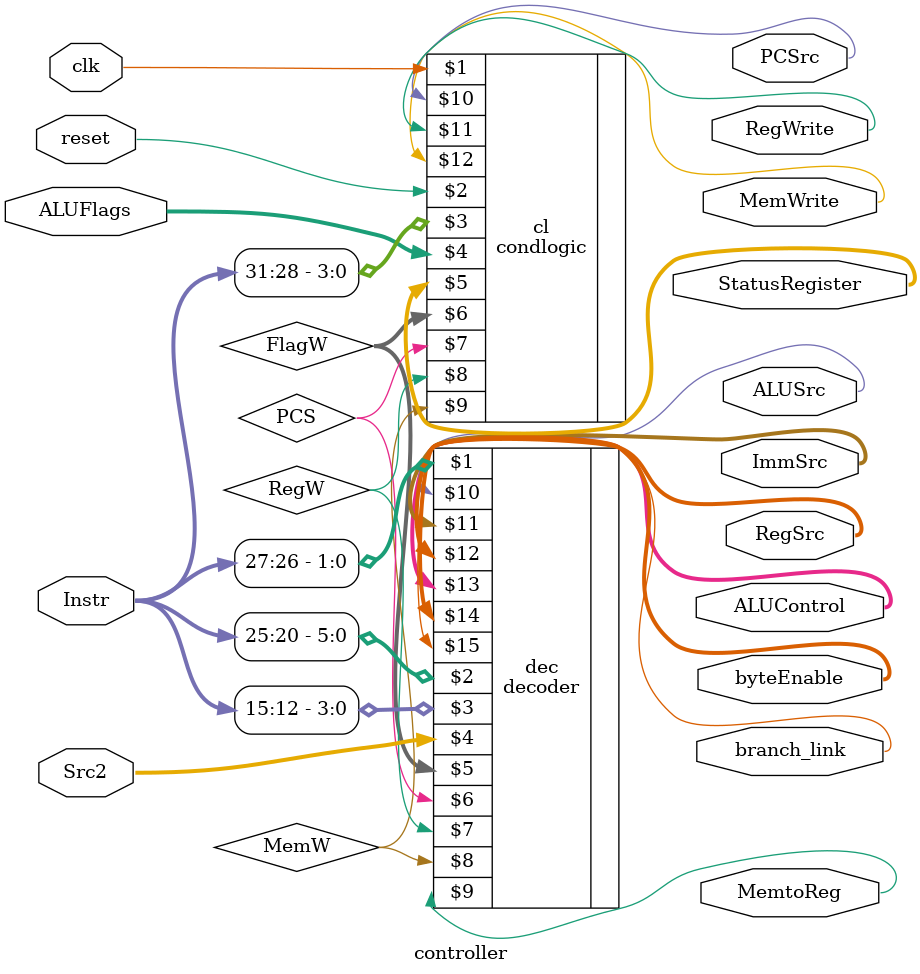
<source format=sv>
module controller(input logic clk,reset, 
		input logic [31:12] Instr,
		input logic [11:0] Src2, 
		input logic [3:0] ALUFlags,
		output logic [3:0] StatusRegister, 
		output logic [1:0] RegSrc, 
		output logic RegWrite, 
		output logic [1:0] ImmSrc, 
		output logic ALUSrc, 
		output logic [3:0] ALUControl, 
		output logic MemWrite, MemtoReg, 
		output logic PCSrc,
		output logic [3:0] byteEnable,
		output logic branch_link);

	logic [1:0] FlagW; 
	logic PCS, RegW, MemW;

	decoder dec(	Instr[27:26], Instr[25:20], Instr[15:12], Src2,
			FlagW, PCS, RegW, MemW, MemtoReg, ALUSrc,
			ImmSrc, RegSrc, ALUControl, byteEnable, branch_link
			);

	condlogic cl(clk, reset, Instr[31:28],
			ALUFlags, StatusRegister, FlagW, PCS, RegW, MemW, 
			PCSrc, RegWrite, MemWrite
		);
endmodule

</source>
